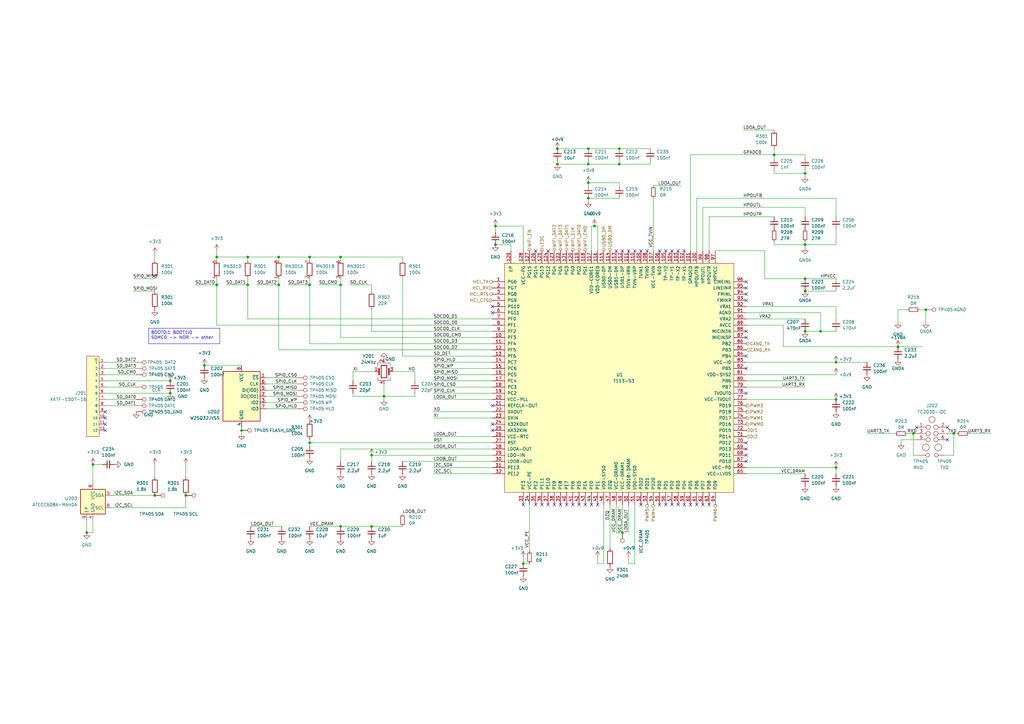
<source format=kicad_sch>
(kicad_sch (version 20230121) (generator eeschema)
  (paper "A3")
  (junction (at 336.55 135.89))
  (junction (at 391.16 177.8))
  (junction (at 254 67.31))
  (junction (at 330.2 135.89))
  (junction (at 342.9 148.59))
  (junction (at 114.3 116.84))
  (junction (at 127 105.41))
  (junction (at 342.9 191.77))
  (junction (at 157.48 162.56))
  (junction (at 76.2 203.2))
  (junction (at 69.85 161.29))
  (junction (at 35.56 218.44))
  (junction (at 203.2 100.33))
  (junction (at 83.82 149.86))
  (junction (at 101.6 116.84))
  (junction (at 330.2 71.12))
  (junction (at 241.3 81.28))
  (junction (at 330.2 119.38))
  (junction (at 63.5 203.2))
  (junction (at 241.3 74.93))
  (junction (at 114.3 105.41))
  (junction (at 255.27 218.44))
  (junction (at 139.7 215.9))
  (junction (at 139.7 105.41))
  (junction (at 342.9 163.83))
  (junction (at 38.1 190.5))
  (junction (at 127 181.61))
  (junction (at 69.85 156.21))
  (junction (at 330.2 100.33))
  (junction (at 228.6 60.96))
  (junction (at 241.3 67.31))
  (junction (at 379.73 127))
  (junction (at 203.2 92.71))
  (junction (at 139.7 116.84))
  (junction (at 317.5 63.5))
  (junction (at 127 116.84))
  (junction (at 374.65 177.8))
  (junction (at 243.84 92.71))
  (junction (at 241.3 60.96))
  (junction (at 152.4 215.9))
  (junction (at 88.9 116.84))
  (junction (at 214.63 231.14))
  (junction (at 254 60.96))
  (junction (at 88.9 105.41))
  (junction (at 99.06 176.53))
  (junction (at 368.3 142.24))
  (junction (at 152.4 186.69))
  (junction (at 228.6 67.31))
  (junction (at 101.6 105.41))
  (junction (at 330.2 114.3))
  (no_connect (at 273.05 102.87))
  (no_connect (at 227.33 207.01))
  (no_connect (at 43.18 171.45))
  (no_connect (at 232.41 207.01))
  (no_connect (at 229.87 207.01))
  (no_connect (at 260.35 102.87))
  (no_connect (at 245.11 207.01))
  (no_connect (at 240.03 207.01))
  (no_connect (at 262.89 102.87))
  (no_connect (at 252.73 102.87))
  (no_connect (at 201.93 166.37))
  (no_connect (at 306.07 120.65))
  (no_connect (at 265.43 102.87))
  (no_connect (at 255.27 102.87))
  (no_connect (at 237.49 207.01))
  (no_connect (at 242.57 207.01))
  (no_connect (at 43.18 176.53))
  (no_connect (at 275.59 207.01))
  (no_connect (at 224.79 102.87))
  (no_connect (at 388.62 180.34))
  (no_connect (at 288.29 207.01))
  (no_connect (at 306.07 135.89))
  (no_connect (at 222.25 207.01))
  (no_connect (at 219.71 207.01))
  (no_connect (at 234.95 207.01))
  (no_connect (at 306.07 184.15))
  (no_connect (at 306.07 186.69))
  (no_connect (at 219.71 102.87))
  (no_connect (at 306.07 181.61))
  (no_connect (at 270.51 102.87))
  (no_connect (at 224.79 207.01))
  (no_connect (at 306.07 146.05))
  (no_connect (at 278.13 102.87))
  (no_connect (at 43.18 168.91))
  (no_connect (at 278.13 207.01))
  (no_connect (at 283.21 207.01))
  (no_connect (at 201.93 173.99))
  (no_connect (at 270.51 207.01))
  (no_connect (at 285.75 207.01))
  (no_connect (at 201.93 176.53))
  (no_connect (at 306.07 151.13))
  (no_connect (at 262.89 207.01))
  (no_connect (at 280.67 102.87))
  (no_connect (at 201.93 125.73))
  (no_connect (at 275.59 102.87))
  (no_connect (at 280.67 207.01))
  (no_connect (at 306.07 123.19))
  (no_connect (at 306.07 115.57))
  (no_connect (at 214.63 207.01))
  (no_connect (at 306.07 138.43))
  (no_connect (at 306.07 161.29))
  (no_connect (at 290.83 207.01))
  (no_connect (at 257.81 102.87))
  (no_connect (at 43.18 173.99))
  (no_connect (at 306.07 118.11))
  (no_connect (at 388.62 175.26))
  (no_connect (at 273.05 207.01))
  (no_connect (at 375.92 175.26))
  (no_connect (at 201.93 128.27))
  (no_connect (at 306.07 189.23))
  (wire (pts (xy 317.5 63.5) (xy 317.5 64.77)))
  (wire (pts (xy 165.1 105.41) (xy 165.1 106.68)))
  (wire (pts (xy 330.2 135.89) (xy 336.55 135.89)))
  (wire (pts (xy 55.88 163.83) (xy 43.18 163.83)))
  (wire (pts (xy 330.2 119.38) (xy 342.9 119.38)))
  (wire (pts (xy 241.3 74.93) (xy 241.3 76.2)))
  (wire (pts (xy 283.21 63.5) (xy 283.21 102.87)))
  (wire (pts (xy 392.43 177.8) (xy 391.16 177.8)))
  (wire (pts (xy 170.18 161.29) (xy 170.18 162.56)))
  (wire (pts (xy 245.11 231.14) (xy 245.11 228.6)))
  (wire (pts (xy 41.91 190.5) (xy 38.1 190.5)))
  (wire (pts (xy 35.56 218.44) (xy 38.1 218.44)))
  (wire (pts (xy 245.11 92.71) (xy 243.84 92.71)))
  (wire (pts (xy 105.41 116.84) (xy 114.3 116.84)))
  (wire (pts (xy 330.2 100.33) (xy 330.2 101.6)))
  (wire (pts (xy 391.16 177.8) (xy 391.16 186.69)))
  (wire (pts (xy 342.9 88.9) (xy 342.9 81.28)))
  (wire (pts (xy 374.65 177.8) (xy 374.65 186.69)))
  (wire (pts (xy 127 181.61) (xy 127 182.88)))
  (wire (pts (xy 127 140.97) (xy 201.93 140.97)))
  (wire (pts (xy 127 105.41) (xy 139.7 105.41)))
  (wire (pts (xy 177.8 168.91) (xy 201.93 168.91)))
  (wire (pts (xy 45.72 208.28) (xy 76.2 208.28)))
  (wire (pts (xy 368.3 132.08) (xy 368.3 127)))
  (wire (pts (xy 368.3 127) (xy 372.11 127)))
  (wire (pts (xy 285.75 81.28) (xy 342.9 81.28)))
  (wire (pts (xy 157.48 163.83) (xy 157.48 162.56)))
  (wire (pts (xy 254 60.96) (xy 266.7 60.96)))
  (wire (pts (xy 379.73 127) (xy 377.19 127)))
  (wire (pts (xy 330.2 69.85) (xy 330.2 71.12)))
  (wire (pts (xy 209.55 100.33) (xy 203.2 100.33)))
  (wire (pts (xy 99.06 176.53) (xy 99.06 175.26)))
  (wire (pts (xy 330.2 71.12) (xy 317.5 71.12)))
  (wire (pts (xy 38.1 213.36) (xy 38.1 218.44)))
  (wire (pts (xy 35.56 213.36) (xy 35.56 218.44)))
  (wire (pts (xy 88.9 105.41) (xy 101.6 105.41)))
  (wire (pts (xy 368.3 142.24) (xy 321.31 142.24)))
  (wire (pts (xy 109.22 160.02) (xy 121.92 160.02)))
  (wire (pts (xy 127 215.9) (xy 139.7 215.9)))
  (wire (pts (xy 76.2 203.2) (xy 76.2 208.28)))
  (wire (pts (xy 101.6 114.3) (xy 101.6 116.84)))
  (wire (pts (xy 177.8 153.67) (xy 201.93 153.67)))
  (wire (pts (xy 165.1 146.05) (xy 201.93 146.05)))
  (wire (pts (xy 304.8 53.34) (xy 317.5 53.34)))
  (wire (pts (xy 45.72 203.2) (xy 63.5 203.2)))
  (wire (pts (xy 144.78 152.4) (xy 144.78 156.21)))
  (wire (pts (xy 342.9 148.59) (xy 355.6 148.59)))
  (wire (pts (xy 330.2 114.3) (xy 342.9 114.3)))
  (wire (pts (xy 54.61 114.3) (xy 63.5 114.3)))
  (wire (pts (xy 139.7 138.43) (xy 201.93 138.43)))
  (wire (pts (xy 242.57 92.71) (xy 243.84 92.71)))
  (wire (pts (xy 38.1 190.5) (xy 38.1 198.12)))
  (wire (pts (xy 88.9 114.3) (xy 88.9 116.84)))
  (wire (pts (xy 241.3 81.28) (xy 241.3 82.55)))
  (wire (pts (xy 109.22 165.1) (xy 121.92 165.1)))
  (wire (pts (xy 342.9 194.31) (xy 342.9 191.77)))
  (wire (pts (xy 209.55 102.87) (xy 209.55 100.33)))
  (wire (pts (xy 55.88 166.37) (xy 43.18 166.37)))
  (wire (pts (xy 254 67.31) (xy 254 66.04)))
  (wire (pts (xy 165.1 114.3) (xy 165.1 146.05)))
  (wire (pts (xy 306.07 163.83) (xy 342.9 163.83)))
  (wire (pts (xy 118.11 116.84) (xy 127 116.84)))
  (wire (pts (xy 313.69 102.87) (xy 313.69 114.3)))
  (wire (pts (xy 317.5 71.12) (xy 317.5 69.85)))
  (wire (pts (xy 241.3 81.28) (xy 254 81.28)))
  (wire (pts (xy 203.2 95.25) (xy 203.2 92.71)))
  (wire (pts (xy 228.6 67.31) (xy 228.6 66.04)))
  (wire (pts (xy 306.07 130.81) (xy 330.2 130.81)))
  (wire (pts (xy 336.55 128.27) (xy 336.55 135.89)))
  (wire (pts (xy 152.4 189.23) (xy 152.4 186.69)))
  (wire (pts (xy 109.22 167.64) (xy 121.92 167.64)))
  (wire (pts (xy 369.57 181.61) (xy 369.57 180.34)))
  (wire (pts (xy 177.8 194.31) (xy 201.93 194.31)))
  (wire (pts (xy 139.7 215.9) (xy 152.4 215.9)))
  (wire (pts (xy 76.2 190.5) (xy 76.2 195.58)))
  (wire (pts (xy 127 114.3) (xy 127 116.84)))
  (wire (pts (xy 152.4 116.84) (xy 152.4 119.38)))
  (wire (pts (xy 114.3 105.41) (xy 127 105.41)))
  (wire (pts (xy 139.7 116.84) (xy 139.7 138.43)))
  (wire (pts (xy 241.3 67.31) (xy 241.3 66.04)))
  (wire (pts (xy 101.6 105.41) (xy 114.3 105.41)))
  (wire (pts (xy 177.8 161.29) (xy 201.93 161.29)))
  (wire (pts (xy 101.6 116.84) (xy 101.6 130.81)))
  (wire (pts (xy 368.3 142.24) (xy 378.46 142.24)))
  (wire (pts (xy 241.3 74.93) (xy 254 74.93)))
  (wire (pts (xy 342.9 125.73) (xy 342.9 130.81)))
  (wire (pts (xy 139.7 105.41) (xy 165.1 105.41)))
  (wire (pts (xy 313.69 114.3) (xy 330.2 114.3)))
  (wire (pts (xy 99.06 177.8) (xy 99.06 176.53)))
  (wire (pts (xy 306.07 125.73) (xy 342.9 125.73)))
  (wire (pts (xy 63.5 190.5) (xy 63.5 195.58)))
  (wire (pts (xy 114.3 116.84) (xy 114.3 143.51)))
  (wire (pts (xy 139.7 184.15) (xy 201.93 184.15)))
  (wire (pts (xy 152.4 127) (xy 152.4 135.89)))
  (wire (pts (xy 55.88 151.13) (xy 43.18 151.13)))
  (wire (pts (xy 83.82 149.86) (xy 99.06 149.86)))
  (wire (pts (xy 330.2 156.21) (xy 306.07 156.21)))
  (wire (pts (xy 177.8 191.77) (xy 201.93 191.77)))
  (wire (pts (xy 127 181.61) (xy 201.93 181.61)))
  (wire (pts (xy 330.2 63.5) (xy 317.5 63.5)))
  (wire (pts (xy 127 180.34) (xy 127 181.61)))
  (wire (pts (xy 245.11 231.14) (xy 247.65 231.14)))
  (wire (pts (xy 43.18 161.29) (xy 69.85 161.29)))
  (wire (pts (xy 330.2 100.33) (xy 317.5 100.33)))
  (wire (pts (xy 267.97 81.28) (xy 267.97 102.87)))
  (wire (pts (xy 317.5 100.33) (xy 317.5 99.06)))
  (wire (pts (xy 177.8 158.75) (xy 201.93 158.75)))
  (wire (pts (xy 374.65 186.69) (xy 377.19 186.69)))
  (wire (pts (xy 266.7 67.31) (xy 266.7 66.04)))
  (wire (pts (xy 257.81 207.01) (xy 257.81 218.44)))
  (wire (pts (xy 306.07 194.31) (xy 330.2 194.31)))
  (wire (pts (xy 288.29 85.09) (xy 288.29 102.87)))
  (wire (pts (xy 369.57 180.34) (xy 375.92 180.34)))
  (wire (pts (xy 114.3 143.51) (xy 201.93 143.51)))
  (wire (pts (xy 88.9 105.41) (xy 88.9 106.68)))
  (wire (pts (xy 379.73 132.08) (xy 379.73 127)))
  (wire (pts (xy 241.3 67.31) (xy 254 67.31)))
  (wire (pts (xy 139.7 189.23) (xy 139.7 184.15)))
  (wire (pts (xy 63.5 104.14) (xy 63.5 106.68)))
  (wire (pts (xy 92.71 116.84) (xy 101.6 116.84)))
  (wire (pts (xy 306.07 191.77) (xy 342.9 191.77)))
  (wire (pts (xy 255.27 207.01) (xy 255.27 218.44)))
  (wire (pts (xy 306.07 148.59) (xy 342.9 148.59)))
  (wire (pts (xy 330.2 64.77) (xy 330.2 63.5)))
  (wire (pts (xy 143.51 116.84) (xy 152.4 116.84)))
  (wire (pts (xy 254 74.93) (xy 254 76.2)))
  (wire (pts (xy 152.4 135.89) (xy 201.93 135.89)))
  (wire (pts (xy 55.88 148.59) (xy 43.18 148.59)))
  (wire (pts (xy 317.5 63.5) (xy 283.21 63.5)))
  (wire (pts (xy 161.29 152.4) (xy 170.18 152.4)))
  (wire (pts (xy 260.35 231.14) (xy 260.35 207.01)))
  (wire (pts (xy 288.29 85.09) (xy 330.2 85.09)))
  (wire (pts (xy 43.18 156.21) (xy 69.85 156.21)))
  (wire (pts (xy 252.73 207.01) (xy 252.73 218.44)))
  (wire (pts (xy 101.6 105.41) (xy 101.6 106.68)))
  (wire (pts (xy 330.2 99.06) (xy 330.2 100.33)))
  (wire (pts (xy 306.07 153.67) (xy 342.9 153.67)))
  (wire (pts (xy 152.4 186.69) (xy 201.93 186.69)))
  (wire (pts (xy 372.11 177.8) (xy 374.65 177.8)))
  (wire (pts (xy 177.8 151.13) (xy 201.93 151.13)))
  (wire (pts (xy 374.65 177.8) (xy 375.92 177.8)))
  (wire (pts (xy 355.6 177.8) (xy 367.03 177.8)))
  (wire (pts (xy 336.55 135.89) (xy 342.9 135.89)))
  (wire (pts (xy 109.22 162.56) (xy 121.92 162.56)))
  (wire (pts (xy 321.31 133.35) (xy 306.07 133.35)))
  (wire (pts (xy 217.17 207.01) (xy 217.17 226.06)))
  (wire (pts (xy 88.9 102.87) (xy 88.9 105.41)))
  (wire (pts (xy 102.87 215.9) (xy 115.57 215.9)))
  (wire (pts (xy 330.2 71.12) (xy 330.2 72.39)))
  (wire (pts (xy 342.9 93.98) (xy 342.9 100.33)))
  (wire (pts (xy 267.97 76.2) (xy 279.4 76.2)))
  (wire (pts (xy 317.5 88.9) (xy 290.83 88.9)))
  (wire (pts (xy 157.48 162.56) (xy 157.48 157.48)))
  (wire (pts (xy 109.22 154.94) (xy 121.92 154.94)))
  (wire (pts (xy 290.83 88.9) (xy 290.83 102.87)))
  (wire (pts (xy 293.37 102.87) (xy 313.69 102.87)))
  (wire (pts (xy 127 116.84) (xy 127 140.97)))
  (wire (pts (xy 177.8 171.45) (xy 201.93 171.45)))
  (wire (pts (xy 88.9 133.35) (xy 201.93 133.35)))
  (wire (pts (xy 391.16 186.69) (xy 387.35 186.69)))
  (wire (pts (xy 241.3 60.96) (xy 254 60.96)))
  (wire (pts (xy 127 105.41) (xy 127 106.68)))
  (wire (pts (xy 139.7 105.41) (xy 139.7 106.68)))
  (wire (pts (xy 88.9 116.84) (xy 88.9 133.35)))
  (wire (pts (xy 391.16 177.8) (xy 388.62 177.8)))
  (wire (pts (xy 330.2 158.75) (xy 306.07 158.75)))
  (wire (pts (xy 130.81 116.84) (xy 139.7 116.84)))
  (wire (pts (xy 252.73 218.44) (xy 255.27 218.44)))
  (wire (pts (xy 250.19 207.01) (xy 250.19 224.79)))
  (wire (pts (xy 247.65 231.14) (xy 247.65 207.01)))
  (wire (pts (xy 214.63 228.6) (xy 214.63 231.14)))
  (wire (pts (xy 177.8 179.07) (xy 201.93 179.07)))
  (wire (pts (xy 241.3 67.31) (xy 228.6 67.31)))
  (wire (pts (xy 144.78 162.56) (xy 157.48 162.56)))
  (wire (pts (xy 201.93 189.23) (xy 165.1 189.23)))
  (wire (pts (xy 170.18 162.56) (xy 157.48 162.56)))
  (wire (pts (xy 228.6 60.96) (xy 241.3 60.96)))
  (wire (pts (xy 152.4 215.9) (xy 165.1 215.9)))
  (wire (pts (xy 170.18 152.4) (xy 170.18 156.21)))
  (wire (pts (xy 153.67 152.4) (xy 144.78 152.4)))
  (wire (pts (xy 55.88 158.75) (xy 43.18 158.75)))
  (wire (pts (xy 254 67.31) (xy 266.7 67.31)))
  (wire (pts (xy 114.3 114.3) (xy 114.3 116.84)))
  (wire (pts (xy 177.8 148.59) (xy 201.93 148.59)))
  (wire (pts (xy 257.81 231.14) (xy 260.35 231.14)))
  (wire (pts (xy 330.2 85.09) (xy 330.2 88.9)))
  (wire (pts (xy 203.2 92.71) (xy 214.63 92.71)))
  (wire (pts (xy 55.88 153.67) (xy 43.18 153.67)))
  (wire (pts (xy 80.01 116.84) (xy 88.9 116.84)))
  (wire (pts (xy 109.22 157.48) (xy 121.92 157.48)))
  (wire (pts (xy 306.07 128.27) (xy 336.55 128.27)))
  (wire (pts (xy 245.11 102.87) (xy 245.11 92.71)))
  (wire (pts (xy 139.7 114.3) (xy 139.7 116.84)))
  (wire (pts (xy 214.63 92.71) (xy 214.63 102.87)))
  (wire (pts (xy 101.6 130.81) (xy 201.93 130.81)))
  (wire (pts (xy 397.51 177.8) (xy 406.4 177.8)))
  (wire (pts (xy 285.75 81.28) (xy 285.75 102.87)))
  (wire (pts (xy 214.63 231.14) (xy 217.17 231.14)))
  (wire (pts (xy 177.8 156.21) (xy 201.93 156.21)))
  (wire (pts (xy 257.81 231.14) (xy 257.81 228.6)))
  (wire (pts (xy 317.5 63.5) (xy 317.5 60.96)))
  (wire (pts (xy 342.9 100.33) (xy 330.2 100.33)))
  (wire (pts (xy 321.31 142.24) (xy 321.31 133.35)))
  (wire (pts (xy 114.3 105.41) (xy 114.3 106.68)))
  (wire (pts (xy 242.57 92.71) (xy 242.57 102.87)))
  (wire (pts (xy 144.78 161.29) (xy 144.78 162.56)))
  (wire (pts (xy 54.61 119.38) (xy 63.5 119.38)))
  (wire (pts (xy 177.8 163.83) (xy 201.93 163.83)))
  (text_box "BOOT0:1 BOOT1:0\nSDMC0 -> NOR -> other" (at 60.96 134.62 0) (size 29.21 6.35) (effects (font (size 1.27 1.27)) (justify left top)))
  (label "TXD" (at 392.43 177.8 180))
  (label "SD_DAT2" (at 55.88 148.59 180))
  (label "SD_DAT1" (at 55.88 166.37 180))
  (label "SPI0_WP" (at 121.92 165.1 180))
  (label "SD_CMD" (at 130.81 116.84 0))
  (label "SD_DAT0" (at 55.88 163.83 180))
  (label "VCC_DRAM" (at 127 215.9 0))
  (label "SPI0_MOSI" (at 177.8 156.21 0))
  (label "SPI0_MISO" (at 121.92 160.02 180))
  (label "LDOA_OUT" (at 177.8 163.83 0))
  (label "LDOA_OUT" (at 279.4 76.2 180))
  (label "LDOA_OUT" (at 177.8 179.07 0))
  (label "SPI0_CLK" (at 121.92 157.48 180))
  (label "SD_CLK" (at 55.88 158.75 180))
  (label "LDOA_OUT" (at 177.8 184.15 0))
  (label "SPI0_MISO" (at 54.61 114.3 0))
  (label "XI" (at 144.78 152.4 0))
  (label "SPI0_MOSI" (at 54.61 119.38 0))
  (label "HPVCC" (at 342.9 114.3 180))
  (label "UART3_RX" (at 406.4 177.8 180))
  (label "SDCO0_CLK" (at 177.8 135.89 0))
  (label "VCC_DRAM" (at 252.73 218.44 90))
  (label "I2C_SCL" (at 177.8 194.31 0))
  (label "I2C_SDA" (at 54.61 203.2 180))
  (label "UART3_TX" (at 330.2 156.21 180))
  (label "I2C_SCL" (at 54.61 208.28 180))
  (label "VCC_DRAM" (at 255.27 218.44 90))
  (label "SPI0_WP" (at 177.8 151.13 0))
  (label "SD_DAT0" (at 80.01 116.84 0))
  (label "SD_CLK" (at 143.51 116.84 0))
  (label "VCC_TVIN" (at 267.97 101.6 90))
  (label "SPI0_CS0" (at 177.8 158.75 0))
  (label "SD_DET" (at 177.8 146.05 0))
  (label "VCC_DRAM" (at 330.2 194.31 180))
  (label "VCC_PE" (at 217.17 224.79 90))
  (label "SPI0_CLK" (at 177.8 161.29 0))
  (label "XO" (at 177.8 168.91 0))
  (label "SD_CMD" (at 55.88 153.67 180))
  (label "SD_DAT2" (at 105.41 116.84 0))
  (label "SPI0_HLD" (at 177.8 148.59 0))
  (label "SPI0_MOSI" (at 121.92 162.56 180))
  (label "UART3_RX" (at 330.2 158.75 180))
  (label "HPOUFB" (at 304.8 81.28 0))
  (label "HPOUTR" (at 304.8 88.9 0))
  (label "SDCO0_CMD" (at 177.8 138.43 0))
  (label "VRA1" (at 317.5 125.73 180))
  (label "SD_DAT3" (at 55.88 151.13 180))
  (label "DZQ" (at 250.19 213.36 90))
  (label "SPI0_CS0" (at 121.92 154.94 180))
  (label "XI" (at 177.8 171.45 0))
  (label "SD_DAT3" (at 118.11 116.84 0))
  (label "SDCO0_D3" (at 177.8 140.97 0))
  (label "SDCO0_D2" (at 177.8 143.51 0))
  (label "LDOB_OUT" (at 165.1 210.82 0))
  (label "HPOUTL" (at 304.8 85.09 0))
  (label "GPADC0" (at 304.8 63.5 0))
  (label "SDCO0_D1" (at 177.8 130.81 0))
  (label "SDCO0_D0" (at 177.8 133.35 0))
  (label "SPI0_HLD" (at 121.92 167.64 180))
  (label "LDOA_OUT" (at 257.81 218.44 90))
  (label "SD_DAT1" (at 92.71 116.84 0))
  (label "UART3_TX" (at 355.6 177.8 0))
  (label "RXD" (at 372.11 177.8 0))
  (label "LDOB_OUT" (at 177.8 189.23 0))
  (label "SPI0_MISO" (at 177.8 153.67 0))
  (label "RST" (at 177.8 181.61 0))
  (label "VRA2" (at 316.23 130.81 180))
  (label "LDOA_OUT" (at 304.8 53.34 0))
  (label "I2C_SDA" (at 177.8 191.77 0))
  (label "XO" (at 170.18 152.4 180))
  (label "LDOA_OUT" (at 102.87 215.9 0))
  (hierarchical_label "HCI_CTS" (shape input) (at 201.93 123.19 180))
  (hierarchical_label "HCI_RTS" (shape output) (at 201.93 120.65 180))
  (hierarchical_label "PWM3" (shape output) (at 306.07 166.37 0))
  (hierarchical_label "CAN0_TX" (shape output) (at 306.07 140.97 0))
  (hierarchical_label "HCI_RX" (shape input) (at 201.93 118.11 180))
  (hierarchical_label "PWM1" (shape output) (at 306.07 171.45 0))
  (hierarchical_label "WIFI_EN" (shape output) (at 217.17 102.87 90) (property "Netclass" "SDIO_WIFI" (effects hide)))
  (hierarchical_label "PWM2" (shape output) (at 306.07 168.91 0))
  (hierarchical_label "WIFI_CMD" (shape output) (at 240.03 102.87 90))
  (hierarchical_label "PWM4" (shape output) (at 267.97 207.01 270))
  (hierarchical_label "PWM5" (shape output) (at 265.43 207.01 270))
  (hierarchical_label "WIFI_DAT3" (shape bidirectional) (at 229.87 102.87 90))
  (hierarchical_label "PWM6" (shape output) (at 293.37 207.01 270))
  (hierarchical_label "CAN0_RX" (shape input) (at 306.07 143.51 0))
  (hierarchical_label "PWM0" (shape output) (at 306.07 173.99 0))
  (hierarchical_label "LEDC" (shape output) (at 222.25 102.87 90))
  (hierarchical_label "DI1" (shape input) (at 306.07 176.53 0))
  (hierarchical_label "HCI_TX" (shape output) (at 201.93 115.57 180))
  (hierarchical_label "WIFI_DAT2" (shape bidirectional) (at 227.33 102.87 90))
  (hierarchical_label "WIFI_CLK" (shape output) (at 234.95 102.87 90))
  (hierarchical_label "USB0_DP" (shape bidirectional) (at 247.65 102.87 90))
  (hierarchical_label "DI2" (shape input) (at 306.07 179.07 0))
  (hierarchical_label "WIFI_DAT0" (shape bidirectional) (at 237.49 102.87 90))
  (hierarchical_label "WIFI_DAT1" (shape bidirectional) (at 232.41 102.87 90))
  (hierarchical_label "USB0_DM" (shape bidirectional) (at 250.19 102.87 90))
  (symbol (lib_id "Device:C_Small") (at 342.9 166.37 0) (unit 1)
    (property "Reference" "C222" (at 345.44 165.1063 0) (effects (justify left)))
    (property "Value" "100nf" (at 345.44 167.6463 0) (effects (justify left)))
    (property "Footprint" "Capacitor_SMD:C_0402_1005Metric" (effects hide))
    (property "LCSC" "C307331" (effects hide))
    (property "MPN" "CL05B104KB54PNC" (effects hide))
  )
  (symbol (lib_id "power:GND") (at 330.2 199.39 0) (mirror y) (unit 1)
    (property "Reference" "#PWR0232" (effects hide))
    (property "Value" "GND" (at 330.2 204.47 0))
  )
  (symbol (lib_id "Device:C_Small") (at 228.6 63.5 0) (unit 1)
    (property "Reference" "C213" (at 231.14 62.2363 0) (effects (justify left)))
    (property "Value" "10uF" (at 231.14 64.7763 0) (effects (justify left)))
    (property "Footprint" "Capacitor_SMD:C_1206_3216Metric" (effects hide))
    (property "LCSC" "C13585" (effects hide))
    (property "MPN" "CL31A106KBHNNNE" (effects hide))
  )
  (symbol (lib_id "power:GND") (at 46.99 190.5 90) (unit 1)
    (property "Reference" "#PWR0252" (effects hide))
    (property "Value" "GND" (at 50.8 190.5 90) (effects (justify right)))
  )
  (symbol (lib_id "power:+3V3") (at 83.82 149.86 0) (unit 1)
    (property "Reference" "#PWR0202" (effects hide))
    (property "Value" "+3V3" (at 83.82 144.78 0))
  )
  (symbol (lib_id "Connector:TestPoint") (at 55.88 163.83 270) (unit 1)
    (property "Reference" "TP405" (at 60.96 163.83 90) (effects (justify left)))
    (property "Value" "DAT0" (at 67.31 163.83 90) (effects (justify left)))
    (property "Footprint" "TestPoint:TestPoint_Pad_D1.0mm" (effects hide))
    (instances (project "underglow3" (path "" (reference "TP405") (unit 1)) (path "" (reference "TP205") (unit 1))))
  )
  (symbol (lib_id "Device:R") (at 63.5 199.39 0) (unit 1)
    (property "Reference" "R301" (at 55.88 198.12 0) (effects (justify left)))
    (property "Value" "1.8k" (at 55.88 200.66 0) (effects (justify left)))
    (property "Footprint" "Resistor_SMD:R_0402_1005Metric" (effects hide))
    (property "LCSC" "C137909" (effects hide))
    (property "MPN" "RC0402JR-071K8L" (effects hide))
    (instances (project "underglow3" (path "" (reference "R301") (unit 1)) (path "" (reference "R217") (unit 1))))
  )
  (symbol (lib_id "Connector:TestPoint") (at 55.88 148.59 270) (unit 1)
    (property "Reference" "TP405" (at 63.5 148.59 90))
    (property "Value" "DAT2" (at 69.85 148.59 90))
    (property "Footprint" "TestPoint:TestPoint_Pad_D1.0mm" (effects hide))
    (instances (project "underglow3" (path "" (reference "TP405") (unit 1)) (path "" (reference "TP201") (unit 1))))
  )
  (symbol (lib_id "power:GND") (at 115.57 220.98 0) (mirror y) (unit 1)
    (property "Reference" "#PWR0248" (effects hide))
    (property "Value" "GND" (at 115.57 226.06 0))
  )
  (symbol (lib_id "Device:C_Small") (at 330.2 133.35 0) (unit 1)
    (property "Reference" "C207" (at 322.58 132.08 0) (effects (justify left)))
    (property "Value" "470nF" (at 322.58 134.62 0) (effects (justify left)))
    (property "Footprint" "Resistor_SMD:R_0402_1005Metric" (effects hide))
    (property "LCSC" "C711580" (effects hide))
    (property "MPN" "GRT155R6YA474KE01D" (effects hide))
  )
  (symbol (lib_id "Device:C_Small") (at 139.7 218.44 0) (unit 1)
    (property "Reference" "C229" (at 142.24 217.1763 0) (effects (justify left)))
    (property "Value" "100nf" (at 142.24 219.7163 0) (effects (justify left)))
    (property "Footprint" "Capacitor_SMD:C_0402_1005Metric" (effects hide))
    (property "LCSC" "C307331" (effects hide))
    (property "MPN" "CL05B104KB54PNC" (effects hide))
  )
  (symbol (lib_id "Device:R_Small") (at 165.1 213.36 0) (unit 1)
    (property "Reference" "R210" (at 167.64 212.09 0) (effects (justify left)))
    (property "Value" "0R" (at 167.64 214.63 0) (effects (justify left)))
    (property "Footprint" "Resistor_SMD:R_0402_1005Metric" (effects hide))
    (property "LCSC" "C17168" (effects hide))
    (property "MPN" "0402WGF0000TCE" (effects hide))
  )
  (symbol (lib_id "Device:C_Small") (at 330.2 196.85 0) (unit 1)
    (property "Reference" "C220" (at 332.74 195.5863 0) (effects (justify left)))
    (property "Value" "100nf" (at 332.74 198.1263 0) (effects (justify left)))
    (property "Footprint" "Capacitor_SMD:C_0402_1005Metric" (effects hide))
    (property "LCSC" "C307331" (effects hide))
    (property "MPN" "CL05B104KB54PNC" (effects hide))
  )
  (symbol (lib_id "Connector:TestPoint") (at 121.92 157.48 270) (unit 1)
    (property "Reference" "TP405" (at 127 157.48 90) (effects (justify left)))
    (property "Value" "CLK" (at 133.35 157.48 90) (effects (justify left)))
    (property "Footprint" "TestPoint:TestPoint_Pad_D1.0mm" (effects hide))
    (instances (project "underglow3" (path "" (reference "TP405") (unit 1)) (path "" (reference "TP208") (unit 1))))
  )
  (symbol (lib_id "power:+3V3") (at 203.2 92.71 0) (unit 1)
    (property "Reference" "#PWR0224" (effects hide))
    (property "Value" "+3V3" (at 203.2 87.63 0))
  )
  (symbol (lib_id "power:GND") (at 228.6 67.31 0) (unit 1)
    (property "Reference" "#PWR0219" (effects hide))
    (property "Value" "GND" (at 228.6 72.39 0))
  )
  (symbol (lib_id "power:+3V3") (at 63.5 190.5 0) (unit 1)
    (property "Reference" "#PWR0254" (effects hide))
    (property "Value" "+3V3" (at 63.5 185.42 0))
  )
  (symbol (lib_id "Connector:TestPoint") (at 121.92 154.94 270) (unit 1)
    (property "Reference" "TP405" (at 127 154.94 90) (effects (justify left)))
    (property "Value" "CS0" (at 133.35 154.94 90) (effects (justify left)))
    (property "Footprint" "TestPoint:TestPoint_Pad_D1.0mm" (effects hide))
    (instances (project "underglow3" (path "" (reference "TP405") (unit 1)) (path "" (reference "TP207") (unit 1))))
  )
  (symbol (lib_id "Connector:TestPoint") (at 121.92 160.02 270) (unit 1)
    (property "Reference" "TP405" (at 127 160.02 90) (effects (justify left)))
    (property "Value" "MISO" (at 133.35 160.02 90) (effects (justify left)))
    (property "Footprint" "TestPoint:TestPoint_Pad_D1.0mm" (effects hide))
    (instances (project "underglow3" (path "" (reference "TP405") (unit 1)) (path "" (reference "TP209") (unit 1))))
  )
  (symbol (lib_name "VDD_1") (lib_id "power:VDD") (at 257.81 228.6 0) (unit 1)
    (property "Reference" "#PWR0231" (effects hide))
    (property "Value" "+0v9" (at 257.81 224.79 0))
  )
  (symbol (lib_id "power:GND") (at 152.4 194.31 0) (mirror y) (unit 1)
    (property "Reference" "#PWR0226" (effects hide))
    (property "Value" "GND" (at 152.4 199.39 0))
  )
  (symbol (lib_id "Device:C_Small") (at 342.9 133.35 0) (unit 1)
    (property "Reference" "C208" (at 345.44 132.0863 0) (effects (justify left)))
    (property "Value" "470nF" (at 345.44 134.6263 0) (effects (justify left)))
    (property "Footprint" "Resistor_SMD:R_0402_1005Metric" (effects hide))
    (property "LCSC" "C711580" (effects hide))
    (property "MPN" "GRT155R6YA474KE01D" (effects hide))
  )
  (symbol (lib_id "Device:C_Small") (at 342.9 116.84 0) (unit 1)
    (property "Reference" "C224" (at 345.44 115.5763 0) (effects (justify left)))
    (property "Value" "2.2uF" (at 345.44 118.1163 0) (effects (justify left)))
    (property "Footprint" "Resistor_SMD:R_0402_1005Metric" (effects hide))
    (property "LCSC" "C12530" (effects hide))
    (property "MPN" "CL05A225MQ5NSNC" (effects hide))
  )
  (symbol (lib_id "power:GNDA") (at 330.2 135.89 0) (unit 1)
    (property "Reference" "#PWR0216" (effects hide))
    (property "Value" "GNDA" (at 330.2 139.7 0))
  )
  (symbol (lib_id "Device:C_Small") (at 144.78 158.75 0) (unit 1)
    (property "Reference" "C203" (at 147.32 157.4863 0) (effects (justify left)))
    (property "Value" "22pF" (at 147.32 160.0263 0) (effects (justify left)))
    (property "Footprint" "Capacitor_SMD:C_0402_1005Metric" (effects hide))
    (property "LCSC" "C147430" (effects hide))
    (property "MPN" "C1005NP0220JGTS" (effects hide))
  )
  (symbol (lib_id "Connector_LCSC_SDCard:XKTF-1307-16") (at 38.1 162.56 0) (mirror y) (unit 1)
    (property "Reference" "J201" (at 35.56 161.29 0) (effects (justify left)))
    (property "Value" "XKTF-1307-16" (at 35.56 163.83 0) (effects (justify left)))
    (property "Footprint" "Connector_LCSC_SDCard:TF-SMD_YC39-TF08-180" (effects hide))
    (property "Datasheet" "https://item.szlcsc.com/318323.html" (effects hide))
    (property "LCSC" "C2885067" (effects hide))
    (property "MPN" "XKTF-1307-16" (effects hide))
  )
  (symbol (lib_id "Device:R") (at 76.2 199.39 0) (unit 1)
    (property "Reference" "R301" (at 68.58 198.12 0) (effects (justify left)))
    (property "Value" "1.8k" (at 68.58 200.66 0) (effects (justify left)))
    (property "Footprint" "Resistor_SMD:R_0402_1005Metric" (effects hide))
    (property "LCSC" "C137909" (effects hide))
    (property "MPN" "RC0402JR-071K8L" (effects hide))
    (instances (project "underglow3" (path "" (reference "R301") (unit 1)) (path "" (reference "R218") (unit 1))))
  )
  (symbol (lib_id "power:+3V3") (at 88.9 102.87 0) (unit 1)
    (property "Reference" "#PWR0242" (effects hide))
    (property "Value" "+3V3" (at 88.9 97.79 0))
  )
  (symbol (lib_id "Device:C_Small") (at 330.2 67.31 0) (unit 1)
    (property "Reference" "C226" (at 332.74 66.0463 0) (effects (justify left)))
    (property "Value" "100nf" (at 332.74 68.5863 0) (effects (justify left)))
    (property "Footprint" "Capacitor_SMD:C_0402_1005Metric" (effects hide))
    (property "LCSC" "C307331" (effects hide))
    (property "MPN" "CL05B104KB54PNC" (effects hide))
  )
  (symbol (lib_id "power:GND") (at 157.48 163.83 0) (mirror y) (unit 1)
    (property "Reference" "#PWR0211" (effects hide))
    (property "Value" "GND" (at 157.48 167.64 0))
  )
  (symbol (lib_id "Connector:TestPoint") (at 121.92 162.56 270) (unit 1)
    (property "Reference" "TP405" (at 127 162.56 90) (effects (justify left)))
    (property "Value" "MOSI" (at 133.35 162.56 90) (effects (justify left)))
    (property "Footprint" "TestPoint:TestPoint_Pad_D1.0mm" (effects hide))
    (instances (project "underglow3" (path "" (reference "TP405") (unit 1)) (path "" (reference "TP210") (unit 1))))
  )
  (symbol (lib_id "Tag-Connect:TC2030-IDC") (at 382.27 177.8 0) (unit 1)
    (property "Reference" "J202" (at 382.27 166.37 0))
    (property "Value" "TC2030-IDC" (at 382.27 168.91 0))
    (property "Footprint" "Tag-Connect:Tag-Connect_TC2030-IDC-NL_2x03_P1.27mm_Vertical" (effects hide))
    (property "Datasheet" "https://www.tag-connect.com/wp-content/uploads/bsk-pdf-manager/2019/12/TC2030-IDC-NL-Datasheet-Rev-B.pdf" (effects hide))
  )
  (symbol (lib_id "Device:C_Small") (at 152.4 191.77 0) (unit 1)
    (property "Reference" "C218" (at 154.94 190.5063 0) (effects (justify left)))
    (property "Value" "2.2uF" (at 154.94 193.0463 0) (effects (justify left)))
    (property "Footprint" "Resistor_SMD:R_0402_1005Metric" (effects hide))
    (property "LCSC" "C12530" (effects hide))
    (property "MPN" "CL05A225MQ5NSNC" (effects hide))
  )
  (symbol (lib_id "power:GND") (at 102.87 220.98 0) (mirror y) (unit 1)
    (property "Reference" "#PWR0247" (effects hide))
    (property "Value" "GND" (at 102.87 226.06 0))
  )
  (symbol (lib_id "Device:C_Small") (at 342.9 91.44 0) (unit 1)
    (property "Reference" "C206" (at 345.44 90.1763 0) (effects (justify left)))
    (property "Value" "100nf" (at 345.44 92.7163 0) (effects (justify left)))
    (property "Footprint" "Capacitor_SMD:C_0402_1005Metric" (effects hide))
    (property "LCSC" "C307331" (effects hide))
    (property "MPN" "CL05B104KB54PNC" (effects hide))
  )
  (symbol (lib_id "power:GND") (at 342.9 199.39 0) (mirror y) (unit 1)
    (property "Reference" "#PWR0233" (effects hide))
    (property "Value" "GND" (at 342.9 204.47 0))
  )
  (symbol (lib_id "Connector:TestPoint") (at 121.92 167.64 270) (unit 1)
    (property "Reference" "TP405" (at 127 167.64 90) (effects (justify left)))
    (property "Value" "HLD" (at 133.35 167.64 90) (effects (justify left)))
    (property "Footprint" "TestPoint:TestPoint_Pad_D1.0mm" (effects hide))
    (instances (project "underglow3" (path "" (reference "TP405") (unit 1)) (path "" (reference "TP212") (unit 1))))
  )
  (symbol (lib_id "power:+3V3") (at 342.9 163.83 0) (unit 1)
    (property "Reference" "#PWR0236" (effects hide))
    (property "Value" "+3V3" (at 346.71 162.56 0))
  )
  (symbol (lib_id "power:GNDA") (at 379.73 132.08 0) (unit 1)
    (property "Reference" "#PWR0249" (effects hide))
    (property "Value" "GNDA" (at 379.73 135.89 0))
  )
  (symbol (lib_name "W25Q32JVSS_1") (lib_id "Memory_Flash:W25Q32JVSS") (at 99.06 162.56 0) (mirror y) (unit 1)
    (property "Reference" "U202" (at 90.17 168.91 0) (effects (justify left)))
    (property "Value" "W25Q32JVSS" (at 90.17 171.45 0) (effects (justify left)))
    (property "Footprint" "Package_SO:SOIC-8_5.23x5.23mm_P1.27mm" (effects hide))
    (property "Datasheet" "http://www.winbond.com/resource-files/w25q32jv%20revg%2003272018%20plus.pdf" (effects hide))
    (property "LCSC" "C179173" (effects hide))
    (property "MPN" "W25Q32JVSSIQ" (effects hide))
  )
  (symbol (lib_id "Device:C_Small") (at 214.63 233.68 0) (unit 1)
    (property "Reference" "C227" (at 207.01 232.41 0) (effects (justify left)))
    (property "Value" "100nf" (at 207.01 234.95 0) (effects (justify left)))
    (property "Footprint" "Capacitor_SMD:C_0402_1005Metric" (effects hide))
    (property "LCSC" "C307331" (effects hide))
    (property "MPN" "CL05B104KB54PNC" (effects hide))
  )
  (symbol (lib_id "Device:R_Pack04_Split") (at 139.7 110.49 0) (unit 3)
    (property "Reference" "RN301" (at 142.24 109.22 0) (effects (justify left)))
    (property "Value" "100k" (at 142.24 111.76 0) (effects (justify left)))
    (property "Footprint" "Resistor_SMD:R_Array_Convex_4x0603" (effects hide))
    (property "LCSC" "C110374" (effects hide))
    (property "MPN" "YC164-FR-07100KL" (effects hide))
    (instances (project "underglow3" (path "" (reference "RN301") (unit 3)) (path "" (reference "RN201") (unit 3))))
  )
  (symbol (lib_id "power:GND") (at 35.56 218.44 0) (unit 1)
    (property "Reference" "#PWR0251" (effects hide))
    (property "Value" "GND" (at 35.56 223.52 0))
  )
  (symbol (lib_id "power:GND") (at 63.5 127 0) (mirror y) (unit 1)
    (property "Reference" "#PWR0257" (effects hide))
    (property "Value" "GND" (at 63.5 132.08 0))
  )
  (symbol (lib_id "Connector:TestPoint") (at 99.06 176.53 270) (unit 1)
    (property "Reference" "TP405" (at 104.14 176.53 90) (effects (justify left)))
    (property "Value" "FLASH_GND" (at 110.49 176.53 90) (effects (justify left)))
    (property "Footprint" "TestPoint:TestPoint_Pad_D1.0mm" (effects hide))
    (instances (project "underglow3" (path "" (reference "TP405") (unit 1)) (path "" (reference "TP218") (unit 1))))
  )
  (symbol (lib_id "Device:R") (at 101.6 110.49 0) (unit 1)
    (property "Reference" "R301" (at 104.14 109.22 0) (effects (justify left)))
    (property "Value" "100k" (at 104.14 111.76 0) (effects (justify left)))
    (property "Footprint" "Resistor_SMD:R_0402_1005Metric" (effects hide))
    (property "LCSC" "C144732" (effects hide))
    (property "MPN" "AC0402JR-07100KL" (effects hide))
    (instances (project "underglow3" (path "" (reference "R301") (unit 1)) (path "" (reference "R201") (unit 1))))
  )
  (symbol (lib_id "Device:C_Small") (at 170.18 158.75 0) (unit 1)
    (property "Reference" "C204" (at 172.72 157.4863 0) (effects (justify left)))
    (property "Value" "22pF" (at 172.72 160.0263 0) (effects (justify left)))
    (property "Footprint" "Capacitor_SMD:C_0402_1005Metric" (effects hide))
    (property "LCSC" "C147430" (effects hide))
    (property "MPN" "C1005NP0220JGTS" (effects hide))
  )
  (symbol (lib_id "Device:C_Small") (at 139.7 191.77 0) (unit 1)
    (property "Reference" "C217" (at 142.24 190.5063 0) (effects (justify left)))
    (property "Value" "2.2uF" (at 142.24 193.0463 0) (effects (justify left)))
    (property "Footprint" "Resistor_SMD:R_0402_1005Metric" (effects hide))
    (property "LCSC" "C12530" (effects hide))
    (property "MPN" "CL05A225MQ5NSNC" (effects hide))
  )
  (symbol (lib_id "Device:C_Small") (at 241.3 78.74 0) (unit 1)
    (property "Reference" "C214" (at 243.84 77.4763 0) (effects (justify left)))
    (property "Value" "100nf" (at 243.84 80.0163 0) (effects (justify left)))
    (property "Footprint" "Capacitor_SMD:C_0402_1005Metric" (effects hide))
    (property "LCSC" "C307331" (effects hide))
    (property "MPN" "CL05B104KB54PNC" (effects hide))
  )
  (symbol (lib_id "power:GND") (at 214.63 236.22 0) (mirror y) (unit 1)
    (property "Reference" "#PWR0243" (effects hide))
    (property "Value" "GND" (at 214.63 241.3 0))
  )
  (symbol (lib_id "power:GND") (at 203.2 100.33 0) (unit 1)
    (property "Reference" "#PWR0223" (effects hide))
    (property "Value" "GND" (at 203.2 105.41 0))
  )
  (symbol (lib_id "power:GND") (at 342.9 168.91 0) (mirror y) (unit 1)
    (property "Reference" "#PWR0234" (effects hide))
    (property "Value" "GND" (at 342.9 173.99 0))
  )
  (symbol (lib_id "power:GND") (at 55.88 168.91 0) (mirror y) (unit 1)
    (property "Reference" "#PWR0204" (effects hide))
    (property "Value" "GND" (at 60.96 170.18 0))
  )
  (symbol (lib_id "power:+3V3") (at 342.9 148.59 0) (unit 1)
    (property "Reference" "#PWR0238" (effects hide))
    (property "Value" "+3V3" (at 346.71 147.32 0))
  )
  (symbol (lib_id "Connector:TestPoint") (at 55.88 151.13 270) (unit 1)
    (property "Reference" "TP405" (at 60.96 151.13 90) (effects (justify left)))
    (property "Value" "DAT3" (at 67.31 151.13 90) (effects (justify left)))
    (property "Footprint" "TestPoint:TestPoint_Pad_D1.0mm" (effects hide))
    (instances (project "underglow3" (path "" (reference "TP405") (unit 1)) (path "" (reference "TP202") (unit 1))))
  )
  (symbol (lib_id "power:+1V8") (at 368.3 142.24 0) (unit 1)
    (property "Reference" "#PWR0239" (effects hide))
    (property "Value" "+1V8A" (at 368.3 138.43 0))
  )
  (symbol (lib_id "Device:R_Small") (at 267.97 78.74 0) (unit 1)
    (property "Reference" "R215" (at 270.51 77.47 0) (effects (justify left)))
    (property "Value" "0R" (at 270.51 80.01 0) (effects (justify left)))
    (property "Footprint" "Resistor_SMD:R_0402_1005Metric" (effects hide))
    (property "LCSC" "C17168" (effects hide))
    (property "MPN" "0402WGF0000TCE" (effects hide))
  )
  (symbol (lib_id "Device:C_Small") (at 342.9 196.85 0) (unit 1)
    (property "Reference" "C221" (at 345.44 195.5863 0) (effects (justify left)))
    (property "Value" "100nf" (at 345.44 198.1263 0) (effects (justify left)))
    (property "Footprint" "Capacitor_SMD:C_0402_1005Metric" (effects hide))
    (property "LCSC" "C307331" (effects hide))
    (property "MPN" "CL05B104KB54PNC" (effects hide))
  )
  (symbol (lib_id "Device:C_Small") (at 102.87 218.44 0) (unit 1)
    (property "Reference" "C231" (at 105.41 217.1763 0) (effects (justify left)))
    (property "Value" "100nf" (at 105.41 219.7163 0) (effects (justify left)))
    (property "Footprint" "Capacitor_SMD:C_0402_1005Metric" (effects hide))
    (property "LCSC" "C307331" (effects hide))
    (property "MPN" "CL05B104KB54PNC" (effects hide))
  )
  (symbol (lib_name "VDD_1") (lib_id "power:VDD") (at 243.84 92.71 0) (unit 1)
    (property "Reference" "#PWR0220" (effects hide))
    (property "Value" "+0v9" (at 243.84 87.63 0))
  )
  (symbol (lib_id "Device:C_Small") (at 254 63.5 0) (unit 1)
    (property "Reference" "C212" (at 256.54 62.2363 0) (effects (justify left)))
    (property "Value" "100nf" (at 256.54 64.7763 0) (effects (justify left)))
    (property "Footprint" "Capacitor_SMD:C_0402_1005Metric" (effects hide))
    (property "LCSC" "C307331" (effects hide))
    (property "MPN" "CL05B104KB54PNC" (effects hide))
  )
  (symbol (lib_id "Device:R_Small") (at 217.17 228.6 0) (unit 1)
    (property "Reference" "R211" (at 219.71 227.33 0) (effects (justify left)))
    (property "Value" "0R" (at 219.71 229.87 0) (effects (justify left)))
    (property "Footprint" "Resistor_SMD:R_0402_1005Metric" (effects hide))
    (property "LCSC" "C17168" (effects hide))
    (property "MPN" "0402WGF0000TCE" (effects hide))
  )
  (symbol (lib_id "Connector:TestPoint") (at 55.88 158.75 270) (unit 1)
    (property "Reference" "TP405" (at 60.96 158.75 90) (effects (justify left)))
    (property "Value" "CLK" (at 62.23 160.02 90) (effects (justify left)))
    (property "Footprint" "TestPoint:TestPoint_Pad_D1.0mm" (effects hide))
    (instances (project "underglow3" (path "" (reference "TP405") (unit 1)) (path "" (reference "TP204") (unit 1))))
  )
  (symbol (lib_id "power:GND") (at 368.3 132.08 0) (mirror y) (unit 1)
    (property "Reference" "#PWR0205" (effects hide))
    (property "Value" "GND" (at 368.3 137.16 0))
  )
  (symbol (lib_id "Connector:TestPoint") (at 63.5 203.2 270) (unit 1)
    (property "Reference" "TP405" (at 57.15 210.82 90) (effects (justify left)))
    (property "Value" "SDA" (at 63.5 210.82 90) (effects (justify left)))
    (property "Footprint" "TestPoint:TestPoint_Pad_D1.0mm" (effects hide))
    (instances (project "underglow3" (path "" (reference "TP405") (unit 1)) (path "" (reference "TP213") (unit 1))))
  )
  (symbol (lib_id "Device:C_Small") (at 152.4 218.44 0) (unit 1)
    (property "Reference" "C230" (at 154.94 217.1763 0) (effects (justify left)))
    (property "Value" "1uF" (at 154.94 219.7163 0) (effects (justify left)))
    (property "Footprint" "Resistor_SMD:R_0402_1005Metric" (effects hide))
    (property "LCSC" "C52923" (effects hide))
    (property "MPN" "CL05A105KA5NQNC" (effects hide))
  )
  (symbol (lib_id "power:GND") (at 139.7 220.98 0) (mirror y) (unit 1)
    (property "Reference" "#PWR0245" (effects hide))
    (property "Value" "GND" (at 139.7 226.06 0))
  )
  (symbol (lib_id "power:GND") (at 241.3 82.55 0) (unit 1)
    (property "Reference" "#PWR0222" (effects hide))
    (property "Value" "GND" (at 241.3 87.63 0))
  )
  (symbol (lib_id "power:+3V3") (at 38.1 190.5 0) (unit 1)
    (property "Reference" "#PWR0253" (effects hide))
    (property "Value" "+3V3" (at 38.1 185.42 0))
  )
  (symbol (lib_id "power:+3V3") (at 127 172.72 0) (unit 1)
    (property "Reference" "#PWR0213" (effects hide))
    (property "Value" "+3V3" (at 129.54 172.72 0))
  )
  (symbol (lib_id "power:+3V3") (at 214.63 228.6 0) (unit 1)
    (property "Reference" "#PWR0229" (effects hide))
    (property "Value" "+3V3" (at 212.09 224.79 0))
  )
  (symbol (lib_name "VDD_1") (lib_id "power:VDD") (at 228.6 60.96 0) (unit 1)
    (property "Reference" "#PWR0218" (effects hide))
    (property "Value" "+0v9" (at 228.6 57.15 0))
  )
  (symbol (lib_id "Device:R_Small") (at 394.97 177.8 90) (unit 1)
    (property "Reference" "R214" (at 394.97 172.72 90))
    (property "Value" "0R" (at 394.97 175.26 90))
    (property "Footprint" "Resistor_SMD:R_0402_1005Metric" (effects hide))
    (property "LCSC" "C17168" (effects hide))
    (property "MPN" "0402WGF0000TCE" (effects hide))
  )
  (symbol (lib_id "Device:R_Pack04_Split") (at 127 110.49 0) (unit 2)
    (property "Reference" "RN301" (at 129.54 109.22 0) (effects (justify left)))
    (property "Value" "100k" (at 129.54 111.76 0) (effects (justify left)))
    (property "Footprint" "Resistor_SMD:R_Array_Convex_4x0603" (effects hide))
    (property "LCSC" "C110374" (effects hide))
    (property "MPN" "YC164-FR-07100KL" (effects hide))
    (instances (project "underglow3" (path "" (reference "RN301") (unit 2)) (path "" (reference "RN201") (unit 2))))
  )
  (symbol (lib_id "Device:R") (at 63.5 110.49 0) (unit 1)
    (property "Reference" "R301" (at 66.04 109.22 0) (effects (justify left)))
    (property "Value" "100k" (at 66.04 111.76 0) (effects (justify left)))
    (property "Footprint" "Resistor_SMD:R_0402_1005Metric" (effects hide))
    (property "LCSC" "C144732" (effects hide))
    (property "MPN" "AC0402JR-07100KL" (effects hide))
    (instances (project "underglow3" (path "" (reference "R301") (unit 1)) (path "" (reference "R203") (unit 1))))
  )
  (symbol (lib_id "power:+3V3") (at 152.4 186.69 0) (unit 1)
    (property "Reference" "#PWR0227" (effects hide))
    (property "Value" "+3V3" (at 156.21 185.42 0))
  )
  (symbol (lib_id "Device:C_Small") (at 368.3 144.78 0) (unit 1)
    (property "Reference" "C233" (at 370.84 143.5163 0) (effects (justify left)))
    (property "Value" "2.2uF" (at 370.84 146.0563 0) (effects (justify left)))
    (property "Footprint" "Resistor_SMD:R_0402_1005Metric" (effects hide))
    (property "LCSC" "C12530" (effects hide))
    (property "MPN" "CL05A225MQ5NSNC" (effects hide))
  )
  (symbol (lib_name "VDD_1") (lib_id "power:VDD") (at 245.11 228.6 0) (unit 1)
    (property "Reference" "#PWR0230" (effects hide))
    (property "Value" "+0v9" (at 245.11 224.79 0))
  )
  (symbol (lib_id "power:GNDA") (at 330.2 101.6 0) (unit 1)
    (property "Reference" "#PWR0217" (effects hide))
    (property "Value" "GNDA" (at 330.2 106.68 0))
  )
  (symbol (lib_id "power:GND") (at 369.57 181.61 0) (unit 1)
    (property "Reference" "#PWR0207" (effects hide))
    (property "Value" "GND" (at 369.57 186.69 0))
  )
  (symbol (lib_id "Device:C_Small") (at 127 185.42 0) (unit 1)
    (property "Reference" "C205" (at 119.38 184.15 0) (effects (justify left)))
    (property "Value" "100nf" (at 119.38 186.69 0) (effects (justify left)))
    (property "Footprint" "Capacitor_SMD:C_0402_1005Metric" (effects hide))
    (property "LCSC" "C307331" (effects hide))
    (property "MPN" "CL05B104KB54PNC" (effects hide))
  )
  (symbol (lib_id "power:GNDA") (at 330.2 72.39 0) (unit 1)
    (property "Reference" "#PWR0241" (effects hide))
    (property "Value" "GNDA" (at 330.2 77.47 0))
  )
  (symbol (lib_id "Device:R") (at 63.5 123.19 0) (unit 1)
    (property "Reference" "R301" (at 66.04 121.92 0) (effects (justify left)))
    (property "Value" "100k" (at 66.04 124.46 0) (effects (justify left)))
    (property "Footprint" "Resistor_SMD:R_0402_1005Metric" (effects hide))
    (property "LCSC" "C144732" (effects hide))
    (property "MPN" "AC0402JR-07100KL" (effects hide))
    (instances (project "underglow3" (path "" (reference "R301") (unit 1)) (path "" (reference "R206") (unit 1))))
  )
  (symbol (lib_id "Device:R_Pack04_Split") (at 114.3 110.49 0) (unit 1)
    (property "Reference" "RN301" (at 116.84 109.22 0) (effects (justify left)))
    (property "Value" "100k" (at 116.84 111.76 0) (effects (justify left)))
    (property "Footprint" "Resistor_SMD:R_Array_Convex_4x0603" (effects hide))
    (property "LCSC" "C110374" (effects hide))
    (property "MPN" "YC164-FR-07100KL" (effects hide))
    (instances (project "underglow3" (path "" (reference "RN301") (unit 1)) (path "" (reference "RN201") (unit 1))))
  )
  (symbol (lib_id "Device:R") (at 127 176.53 0) (unit 1)
    (property "Reference" "R301" (at 119.38 175.26 0) (effects (justify left)))
    (property "Value" "100k" (at 119.38 177.8 0) (effects (justify left)))
    (property "Footprint" "Resistor_SMD:R_0402_1005Metric" (effects hide))
    (property "LCSC" "C144732" (effects hide))
    (property "MPN" "AC0402JR-07100KL" (effects hide))
    (instances (project "underglow3" (path "" (reference "R301") (unit 1)) (path "" (reference "R205") (unit 1))))
  )
  (symbol (lib_id "Connector:TestPoint") (at 55.88 153.67 270) (unit 1)
    (property "Reference" "TP405" (at 60.96 153.67 90) (effects (justify left)))
    (property "Value" "CMD" (at 67.31 153.67 90) (effects (justify left)))
    (property "Footprint" "TestPoint:TestPoint_Pad_D1.0mm" (effects hide))
    (instances (project "underglow3" (path "" (reference "TP405") (unit 1)) (path "" (reference "TP203") (unit 1))))
  )
  (symbol (lib_id "power:GNDA") (at 368.3 147.32 0) (unit 1)
    (property "Reference" "#PWR0250" (effects hide))
    (property "Value" "GNDA" (at 368.3 151.13 0))
  )
  (symbol (lib_id "power:GND") (at 69.85 161.29 0) (mirror y) (unit 1)
    (property "Reference" "#PWR0201" (effects hide))
    (property "Value" "GND" (at 74.93 162.56 0))
  )
  (symbol (lib_id "Device:C_Small") (at 317.5 91.44 0) (unit 1)
    (property "Reference" "C210" (at 320.04 90.1763 0) (effects (justify left)))
    (property "Value" "100nf" (at 320.04 92.7163 0) (effects (justify left)))
    (property "Footprint" "Capacitor_SMD:C_0402_1005Metric" (effects hide))
    (property "LCSC" "C307331" (effects hide))
    (property "MPN" "CL05B104KB54PNC" (effects hide))
  )
  (symbol (lib_id "Connector:TestPoint") (at 255.27 218.44 180) (unit 1)
    (property "Reference" "TP405" (at 265.43 217.17 90) (effects (justify left)))
    (property "Value" "VCC_DRAM" (at 262.89 217.17 90) (effects (justify left)))
    (property "Footprint" "TestPoint:TestPoint_Pad_D1.0mm" (effects hide))
    (instances (project "underglow3" (path "" (reference "TP405") (unit 1)) (path "" (reference "TP220") (unit 1))))
  )
  (symbol (lib_id "Device:C_Small") (at 165.1 191.77 0) (unit 1)
    (property "Reference" "C219" (at 167.64 190.5063 0) (effects (justify left)))
    (property "Value" "2.2uF" (at 167.64 193.0463 0) (effects (justify left)))
    (property "Footprint" "Resistor_SMD:R_0402_1005Metric" (effects hide))
    (property "LCSC" "C12530" (effects hide))
    (property "MPN" "CL05A225MQ5NSNC" (effects hide))
  )
  (symbol (lib_name "VDD_1") (lib_id "power:VDD") (at 342.9 153.67 0) (unit 1)
    (property "Reference" "#PWR0237" (effects hide))
    (property "Value" "+0v9" (at 346.71 153.67 0))
  )
  (symbol (lib_id "Device:C_Small") (at 83.82 152.4 0) (unit 1)
    (property "Reference" "C202" (at 86.36 151.1363 0) (effects (justify left)))
    (property "Value" "100nf" (at 86.36 153.6763 0) (effects (justify left)))
    (property "Footprint" "Capacitor_SMD:C_0402_1005Metric" (effects hide))
    (property "LCSC" "C307331" (effects hide))
    (property "MPN" "CL05B104KB54PNC" (effects hide))
  )
  (symbol (lib_id "power:GND") (at 152.4 220.98 0) (mirror y) (unit 1)
    (property "Reference" "#PWR0244" (effects hide))
    (property "Value" "GND" (at 152.4 226.06 0))
  )
  (symbol (lib_id "power:+3V3") (at 342.9 191.77 0) (unit 1)
    (property "Reference" "#PWR0235" (effects hide))
    (property "Value" "+3V3" (at 342.9 186.69 0))
  )
  (symbol (lib_id "Security:ATECC608A-MAHDA") (at 38.1 205.74 0) (unit 1)
    (property "Reference" "U203" (at 31.75 204.47 0) (effects (justify right)))
    (property "Value" "ATECC608A-MAHDA" (at 31.75 207.01 0) (effects (justify right)))
    (property "Footprint" "Package_DFN_QFN:DFN-8-1EP_3x2mm_P0.5mm_EP1.3x1.5mm" (effects hide))
    (property "Datasheet" "http://ww1.microchip.com/downloads/en/DeviceDoc/ATECC608A-CryptoAuthentication-Device-Summary-Data-Sheet-DS40001977B.pdf" (effects hide))
    (property "LCSC" "C616908" (effects hide))
    (property "MPN" "ATECC608A-MAHDA-S" (effects hide))
  )
  (symbol (lib_id "Device:C_Small") (at 241.3 63.5 0) (unit 1)
    (property "Reference" "C211" (at 243.84 62.2363 0) (effects (justify left)))
    (property "Value" "100nf" (at 243.84 64.7763 0) (effects (justify left)))
    (property "Footprint" "Capacitor_SMD:C_0402_1005Metric" (effects hide))
    (property "LCSC" "C307331" (effects hide))
    (property "MPN" "CL05B104KB54PNC" (effects hide))
  )
  (symbol (lib_id "Connector:TestPoint") (at 121.92 165.1 270) (unit 1)
    (property "Reference" "TP405" (at 127 165.1 90) (effects (justify left)))
    (property "Value" "WP" (at 133.35 165.1 90) (effects (justify left)))
    (property "Footprint" "TestPoint:TestPoint_Pad_D1.0mm" (effects hide))
    (instances (project "underglow3" (path "" (reference "TP405") (unit 1)) (path "" (reference "TP211") (unit 1))))
  )
  (symbol (lib_id "power:GND") (at 139.7 194.31 0) (mirror y) (unit 1)
    (property "Reference" "#PWR0225" (effects hide))
    (property "Value" "GND" (at 139.7 199.39 0))
  )
  (symbol (lib_id "power:+3V3") (at 69.85 156.21 0) (unit 1)
    (property "Reference" "#PWR0209" (effects hide))
    (property "Value" "+3V3" (at 73.66 154.94 0))
  )
  (symbol (lib_id "Connector:TestPoint") (at 55.88 166.37 270) (unit 1)
    (property "Reference" "TP405" (at 60.96 166.37 90) (effects (justify left)))
    (property "Value" "DAT1" (at 67.31 166.37 90) (effects (justify left)))
    (property "Footprint" "TestPoint:TestPoint_Pad_D1.0mm" (effects hide))
    (instances (project "underglow3" (path "" (reference "TP405") (unit 1)) (path "" (reference "TP206") (unit 1))))
  )
  (symbol (lib_id "power:GND") (at 83.82 154.94 0) (mirror y) (unit 1)
    (property "Reference" "#PWR0208" (effects hide))
    (property "Value" "GND" (at 83.82 160.02 0))
  )
  (symbol (lib_id "power:GND") (at 355.6 153.67 0) (mirror y) (unit 1)
    (property "Reference" "#PWR0256" (effects hide))
    (property "Value" "GND" (at 355.6 158.75 0))
  )
  (symbol (lib_id "power:+3V3") (at 63.5 104.14 0) (unit 1)
    (property "Reference" "#PWR0203" (effects hide))
    (property "Value" "+3V3" (at 63.5 99.06 0))
  )
  (symbol (lib_id "Connector:TestPoint") (at 76.2 203.2 270) (unit 1)
    (property "Reference" "TP405" (at 71.12 210.82 90) (effects (justify left)))
    (property "Value" "SCL" (at 77.47 210.82 90) (effects (justify left)))
    (property "Footprint" "TestPoint:TestPoint_Pad_D1.0mm" (effects hide))
    (instances (project "underglow3" (path "" (reference "TP405") (unit 1)) (path "" (reference "TP214") (unit 1))))
  )
  (symbol (lib_id "Device:C_Small") (at 317.5 67.31 0) (unit 1)
    (property "Reference" "C225" (at 320.04 66.0463 0) (effects (justify left)))
    (property "Value" "1nF" (at 320.04 68.5863 0) (effects (justify left)))
    (property "Footprint" "Resistor_SMD:R_0402_1005Metric" (effects hide))
    (property "LCSC" "C106205" (effects hide))
    (property "MPN" "CC0402KRX7R9BB102" (effects hide))
  )
  (symbol (lib_id "Device:R") (at 165.1 110.49 0) (unit 1)
    (property "Reference" "R301" (at 167.64 109.22 0) (effects (justify left)))
    (property "Value" "100k" (at 167.64 111.76 0) (effects (justify left)))
    (property "Footprint" "Resistor_SMD:R_0402_1005Metric" (effects hide))
    (property "LCSC" "C144732" (effects hide))
    (property "MPN" "AC0402JR-07100KL" (effects hide))
    (instances (project "underglow3" (path "" (reference "R301") (unit 1)) (path "" (reference "R204") (unit 1))))
  )
  (symbol (lib_id "Device:C_Small") (at 266.7 63.5 0) (unit 1)
    (property "Reference" "C235" (at 269.24 62.2363 0) (effects (justify left)))
    (property "Value" "100nf" (at 269.24 64.7763 0) (effects (justify left)))
    (property "Footprint" "Capacitor_SMD:C_0402_1005Metric" (effects hide))
    (property "LCSC" "C307331" (effects hide))
    (property "MPN" "CL05B104KB54PNC" (effects hide))
  )
  (symbol (lib_name "VDD_1") (lib_id "power:VDD") (at 241.3 74.93 0) (unit 1)
    (property "Reference" "#PWR0221" (effects hide))
    (property "Value" "+0v9" (at 241.3 69.85 0))
  )
  (symbol (lib_id "Connector:TestPoint") (at 377.19 186.69 270) (unit 1)
    (property "Reference" "TP405" (at 374.65 189.23 90) (effects (justify left)))
    (property "Value" "RXD" (at 374.65 191.77 90) (effects (justify left)))
    (property "Footprint" "TestPoint:TestPoint_Pad_D1.0mm" (effects hide))
    (instances (project "underglow3" (path "" (reference "TP405") (unit 1)) (path "" (reference "TP215") (unit 1))))
  )
  (symbol (lib_id "Device:C_Small") (at 254 78.74 0) (unit 1)
    (property "Reference" "C215" (at 256.54 77.4763 0) (effects (justify left)))
    (property "Value" "100nf" (at 256.54 80.0163 0) (effects (justify left)))
    (property "Footprint" "Capacitor_SMD:C_0402_1005Metric" (effects hide))
    (property "LCSC" "C307331" (effects hide))
    (property "MPN" "CL05B104KB54PNC" (effects hide))
  )
  (symbol (lib_id "Device:C_Small") (at 330.2 116.84 0) (unit 1)
    (property "Reference" "C223" (at 332.74 115.5763 0) (effects (justify left)))
    (property "Value" "100nf" (at 332.74 118.1163 0) (effects (justify left)))
    (property "Footprint" "Capacitor_SMD:C_0402_1005Metric" (effects hide))
    (property "LCSC" "C307331" (effects hide))
    (property "MPN" "CL05B104KB54PNC" (effects hide))
  )
  (symbol (lib_id "Device:R") (at 250.19 228.6 0) (unit 1)
    (property "Reference" "R301" (at 252.73 233.68 0) (effects (justify left)))
    (property "Value" "240R" (at 252.73 236.22 0) (effects (justify left)))
    (property "Footprint" "Resistor_SMD:R_0402_1005Metric" (effects hide))
    (property "LCSC" "C114755" (effects hide))
    (property "MPN" "RC0402FR-07240RL" (effects hide))
    (instances (project "underglow3" (path "" (reference "R301") (unit 1)) (path "" (reference "R207") (unit 1))))
  )
  (symbol (lib_id "power:+3V3") (at 76.2 190.5 0) (unit 1)
    (property "Reference" "#PWR0255" (effects hide))
    (property "Value" "+3V3" (at 76.2 185.42 0))
  )
  (symbol (lib_id "Connector:TestPoint") (at 379.73 127 270) (unit 1)
    (property "Reference" "TP405" (at 384.81 127 90) (effects (justify left)))
    (property "Value" "AGND" (at 391.16 127 90) (effects (justify left)))
    (property "Footprint" "TestPoint:TestPoint_Pad_D1.0mm" (effects hide))
    (instances (project "underglow3" (path "" (reference "TP405") (unit 1)) (path "" (reference "TP219") (unit 1))))
  )
  (symbol (lib_id "power:GND") (at 157.48 147.32 0) (mirror x) (unit 1)
    (property "Reference" "#PWR0212" (effects hide))
    (property "Value" "GND" (at 160.02 147.32 0))
  )
  (symbol (lib_id "Device:R_Small") (at 317.5 96.52 0) (unit 1)
    (property "Reference" "R208" (at 320.04 95.25 0) (effects (justify left)))
    (property "Value" "27R" (at 320.04 97.79 0) (effects (justify left)))
    (property "Footprint" "Resistor_SMD:R_0402_1005Metric" (effects hide))
    (property "LCSC" "C138021" (effects hide))
    (property "MPN" "RC0402FR-0727RL" (effects hide))
  )
  (symbol (lib_id "Device:C_Small") (at 355.6 151.13 0) (unit 1)
    (property "Reference" "C236" (at 358.14 149.8663 0) (effects (justify left)))
    (property "Value" "100nf" (at 358.14 152.4063 0) (effects (justify left)))
    (property "Footprint" "Capacitor_SMD:C_0402_1005Metric" (effects hide))
    (property "LCSC" "C307331" (effects hide))
    (property "MPN" "CL05B104KB54PNC" (effects hide))
  )
  (symbol (lib_id "Device:C_Small") (at 127 218.44 0) (unit 1)
    (property "Reference" "C228" (at 129.54 217.1763 0) (effects (justify left)))
    (property "Value" "10uF" (at 129.54 219.7163 0) (effects (justify left)))
    (property "Footprint" "Capacitor_SMD:C_1206_3216Metric" (effects hide))
    (property "LCSC" "C13585" (effects hide))
    (property "MPN" "CL31A106KBHNNNE" (effects hide))
  )
  (symbol (lib_id "Device:R_Pack04_Split") (at 88.9 110.49 0) (unit 4)
    (property "Reference" "RN301" (at 91.44 109.22 0) (effects (justify left)))
    (property "Value" "100k" (at 91.44 111.76 0) (effects (justify left)))
    (property "Footprint" "Resistor_SMD:R_Array_Convex_4x0603" (effects hide))
    (property "LCSC" "C110374" (effects hide))
    (property "MPN" "YC164-FR-07100KL" (effects hide))
    (instances (project "underglow3" (path "" (reference "RN301") (unit 4)) (path "" (reference "RN201") (unit 4))))
  )
  (symbol (lib_id "power:GND") (at 99.06 177.8 0) (mirror y) (unit 1)
    (property "Reference" "#PWR0210" (effects hide))
    (property "Value" "GND" (at 99.06 182.88 0))
  )
  (symbol (lib_id "Connector:TestPoint") (at 387.35 186.69 90) (unit 1)
    (property "Reference" "TP405" (at 387.35 189.23 90))
    (property "Value" "TXD" (at 387.35 191.77 90))
    (property "Footprint" "TestPoint:TestPoint_Pad_D1.0mm" (effects hide))
    (instances (project "underglow3" (path "" (reference "TP405") (unit 1)) (path "" (reference "TP216") (unit 1))))
  )
  (symbol (lib_id "Device:R") (at 317.5 57.15 0) (unit 1)
    (property "Reference" "R301" (at 309.88 55.88 0) (effects (justify left)))
    (property "Value" "100k" (at 309.88 58.42 0) (effects (justify left)))
    (property "Footprint" "Resistor_SMD:R_0402_1005Metric" (effects hide))
    (property "LCSC" "C144732" (effects hide))
    (property "MPN" "AC0402JR-07100KL" (effects hide))
    (instances (project "underglow3" (path "" (reference "R301") (unit 1)) (path "" (reference "R212") (unit 1))))
  )
  (symbol (lib_id "Device:C_Small") (at 115.57 218.44 0) (unit 1)
    (property "Reference" "C232" (at 118.11 217.1763 0) (effects (justify left)))
    (property "Value" "100nf" (at 118.11 219.7163 0) (effects (justify left)))
    (property "Footprint" "Capacitor_SMD:C_0402_1005Metric" (effects hide))
    (property "LCSC" "C307331" (effects hide))
    (property "MPN" "CL05B104KB54PNC" (effects hide))
  )
  (symbol (lib_id "Device:Crystal_GND24") (at 157.48 152.4 0) (unit 1)
    (property "Reference" "Y201" (at 151.13 146.05 0))
    (property "Value" "24Mhz" (at 151.13 148.59 0))
    (property "Footprint" "Crystal:Crystal_SMD_3225-4Pin_3.2x2.5mm" (effects hide))
    (property "LCSC" "C2149059" (effects hide))
    (property "MPN" "3TJ424000XYFBC" (effects hide))
  )
  (symbol (lib_id "Device:C_Small") (at 330.2 91.44 0) (unit 1)
    (property "Reference" "C209" (at 332.74 90.1763 0) (effects (justify left)))
    (property "Value" "100nf" (at 332.74 92.7163 0) (effects (justify left)))
    (property "Footprint" "Capacitor_SMD:C_0402_1005Metric" (effects hide))
    (property "LCSC" "C307331" (effects hide))
    (property "MPN" "CL05B104KB54PNC" (effects hide))
  )
  (symbol (lib_id "Device:C_Small") (at 44.45 190.5 90) (unit 1)
    (property "Reference" "C234" (at 44.4563 184.15 90))
    (property "Value" "100nf" (at 44.4563 186.69 90))
    (property "Footprint" "Capacitor_SMD:C_0402_1005Metric" (effects hide))
    (property "LCSC" "C307331" (effects hide))
    (property "MPN" "CL05B104KB54PNC" (effects hide))
  )
  (symbol (lib_id "Device:R_Small") (at 369.57 177.8 90) (unit 1)
    (property "Reference" "R213" (at 369.57 172.72 90))
    (property "Value" "0R" (at 369.57 175.26 90))
    (property "Footprint" "Resistor_SMD:R_0402_1005Metric" (effects hide))
    (property "LCSC" "C17168" (effects hide))
    (property "MPN" "0402WGF0000TCE" (effects hide))
  )
  (symbol (lib_id "Device:R_Small") (at 374.65 127 90) (unit 1)
    (property "Reference" "R216" (at 374.65 121.92 90))
    (property "Value" "0R" (at 374.65 124.46 90))
    (property "Footprint" "Resistor_SMD:R_0402_1005Metric" (effects hide))
    (property "LCSC" "C17168" (effects hide))
    (property "MPN" "0402WGF0000TCE" (effects hide))
  )
  (symbol (lib_id "Connector:TestPoint") (at 55.88 168.91 270) (unit 1)
    (property "Reference" "TP405" (at 60.96 168.91 90) (effects (justify left)))
    (property "Value" "SD_GND" (at 67.31 168.91 90) (effects (justify left)))
    (property "Footprint" "TestPoint:TestPoint_Pad_D1.0mm" (effects hide))
    (instances (project "underglow3" (path "" (reference "TP405") (unit 1)) (path "" (reference "TP217") (unit 1))))
  )
  (symbol (lib_id "Device:C_Small") (at 69.85 158.75 0) (unit 1)
    (property "Reference" "C201" (at 72.39 157.4863 0) (effects (justify left)))
    (property "Value" "100nf" (at 72.39 160.0263 0) (effects (justify left)))
    (property "Footprint" "Capacitor_SMD:C_0402_1005Metric" (effects hide))
    (property "LCSC" "C307331" (effects hide))
    (property "MPN" "CL05B104KB54PNC" (effects hide))
  )
  (symbol (lib_id "power:GND") (at 127 220.98 0) (mirror y) (unit 1)
    (property "Reference" "#PWR0246" (effects hide))
    (property "Value" "GND" (at 127 226.06 0))
  )
  (symbol (lib_id "F133:F133") (at 254 154.94 0) (unit 1)
    (property "Reference" "U1" (at 252.73 153.67 0) (effects (justify left)))
    (property "Value" "T113-S3" (at 251.46 156.21 0) (effects (justify left)))
    (property "Footprint" "CPU_Allwinner_T113-S3:LQFP-128_L14.0-W14.0-P0.40-LS16.0-BL-EP5.6" (effects hide))
    (property "Datasheet" "https://linux-sunxi.org/images/7/73/T113-s3_datasheet_v1.6.pdf" (effects hide))
    (property "Manual" "https://bbs.aw-ol.com/assets/uploads/files/1648883311855-t113-s3_user_manual_v1.1.pdf" (effects hide))
    (property "LCSC" "C5197687" (effects hide))
    (property "MPN" "T113-S3" (effects hide))
    (instances (project "XassetteAsterisk" (path "" (reference "U1") (unit 1))) (project "underglow3" (path "" (reference "U101") (unit 1)) (path "" (reference "U201") (unit 1))) (project "T113-S3-Devboard" (path "" (reference "U1") (unit 1))))
  )
  (symbol (lib_id "Device:C_Small") (at 203.2 97.79 180) (unit 1)
    (property "Reference" "C216" (at 205.74 96.5136 0) (effects (justify right)))
    (property "Value" "100nf" (at 205.74 99.0536 0) (effects (justify right)))
    (property "Footprint" "Capacitor_SMD:C_0402_1005Metric" (effects hide))
    (property "LCSC" "C307331" (effects hide))
    (property "MPN" "CL05B104KB54PNC" (effects hide))
  )
  (symbol (lib_id "Device:R") (at 152.4 123.19 0) (unit 1)
    (property "Reference" "R302" (at 154.94 121.92 0) (effects (justify left)))
    (property "Value" "22R" (at 154.94 124.46 0) (effects (justify left)))
    (property "Footprint" "Resistor_SMD:R_0402_1005Metric" (effects hide))
    (property "LCSC" "C114765" (effects hide))
    (property "MPN" "RC0402FR-0722RL" (effects hide))
    (instances (project "underglow3" (path "" (reference "R302") (unit 1)) (path "" (reference "R202") (unit 1))))
  )
  (symbol (lib_id "Device:R_Small") (at 330.2 96.52 0) (unit 1)
    (property "Reference" "R209" (at 332.74 95.25 0) (effects (justify left)))
    (property "Value" "27R" (at 332.74 97.79 0) (effects (justify left)))
    (property "Footprint" "Resistor_SMD:R_0402_1005Metric" (effects hide))
    (property "LCSC" "C138021" (effects hide))
    (property "MPN" "RC0402FR-0727RL" (effects hide))
  )
  (symbol (lib_id "power:GND") (at 250.19 232.41 0) (mirror y) (unit 1)
    (property "Reference" "#PWR0215" (effects hide))
    (property "Value" "GND" (at 250.19 237.49 0))
  )
  (symbol (lib_id "power:GNDA") (at 330.2 119.38 0) (unit 1)
    (property "Reference" "#PWR0240" (effects hide))
    (property "Value" "GNDA" (at 330.2 123.19 0))
  )
  (symbol (lib_id "power:GND") (at 165.1 194.31 0) (mirror y) (unit 1)
    (property "Reference" "#PWR0228" (effects hide))
    (property "Value" "GND" (at 165.1 199.39 0))
  )
  (symbol (lib_id "power:GND") (at 127 187.96 0) (mirror y) (unit 1)
    (property "Reference" "#PWR0214" (effects hide))
    (property "Value" "GND" (at 127 193.04 0))
  )
)
</source>
